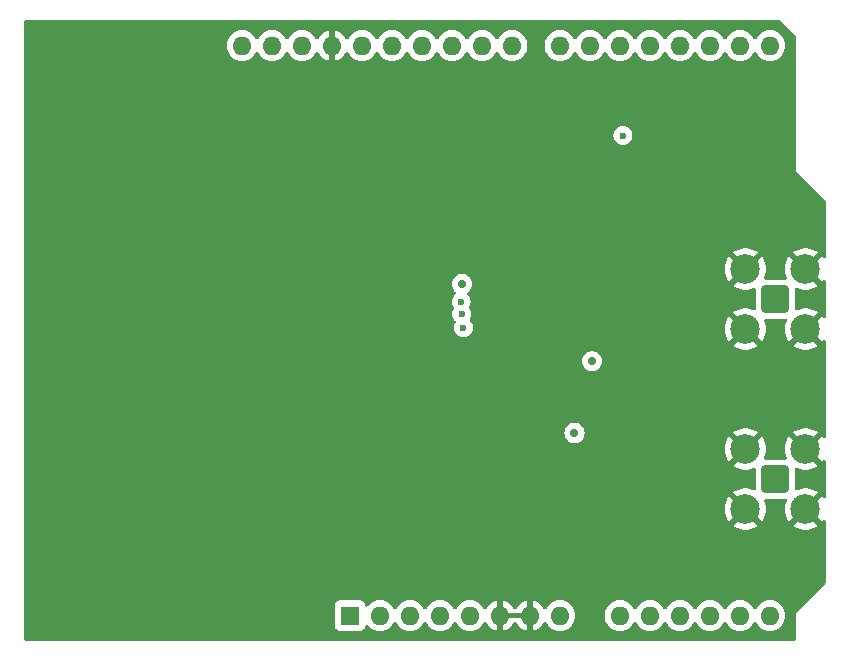
<source format=gtl>
G04 #@! TF.GenerationSoftware,KiCad,Pcbnew,8.0.3*
G04 #@! TF.CreationDate,2024-11-06T17:03:22+01:00*
G04 #@! TF.ProjectId,UNOtdc,554e4f74-6463-42e6-9b69-6361645f7063,1.10*
G04 #@! TF.SameCoordinates,Original*
G04 #@! TF.FileFunction,Copper,L1,Top*
G04 #@! TF.FilePolarity,Positive*
%FSLAX46Y46*%
G04 Gerber Fmt 4.6, Leading zero omitted, Abs format (unit mm)*
G04 Created by KiCad (PCBNEW 8.0.3) date 2024-11-06 17:03:22*
%MOMM*%
%LPD*%
G01*
G04 APERTURE LIST*
G04 Aperture macros list*
%AMRoundRect*
0 Rectangle with rounded corners*
0 $1 Rounding radius*
0 $2 $3 $4 $5 $6 $7 $8 $9 X,Y pos of 4 corners*
0 Add a 4 corners polygon primitive as box body*
4,1,4,$2,$3,$4,$5,$6,$7,$8,$9,$2,$3,0*
0 Add four circle primitives for the rounded corners*
1,1,$1+$1,$2,$3*
1,1,$1+$1,$4,$5*
1,1,$1+$1,$6,$7*
1,1,$1+$1,$8,$9*
0 Add four rect primitives between the rounded corners*
20,1,$1+$1,$2,$3,$4,$5,0*
20,1,$1+$1,$4,$5,$6,$7,0*
20,1,$1+$1,$6,$7,$8,$9,0*
20,1,$1+$1,$8,$9,$2,$3,0*%
G04 Aperture macros list end*
G04 #@! TA.AperFunction,ComponentPad*
%ADD10RoundRect,0.200100X0.949900X-0.949900X0.949900X0.949900X-0.949900X0.949900X-0.949900X-0.949900X0*%
G04 #@! TD*
G04 #@! TA.AperFunction,ComponentPad*
%ADD11C,2.500000*%
G04 #@! TD*
G04 #@! TA.AperFunction,ComponentPad*
%ADD12R,1.600000X1.600000*%
G04 #@! TD*
G04 #@! TA.AperFunction,ComponentPad*
%ADD13O,1.600000X1.600000*%
G04 #@! TD*
G04 #@! TA.AperFunction,ViaPad*
%ADD14C,0.700000*%
G04 #@! TD*
G04 #@! TA.AperFunction,ViaPad*
%ADD15C,0.600000*%
G04 #@! TD*
G04 APERTURE END LIST*
D10*
X127595000Y-62230000D03*
D11*
X125055000Y-64770000D03*
X130135000Y-64770000D03*
X125055000Y-59690000D03*
X130135000Y-59690000D03*
D10*
X127595000Y-77470000D03*
D11*
X125055000Y-80010000D03*
X130135000Y-80010000D03*
X125055000Y-74930000D03*
X130135000Y-74930000D03*
D12*
X91567000Y-89027000D03*
D13*
X94107000Y-89027000D03*
X96647000Y-89027000D03*
X99187000Y-89027000D03*
X101727000Y-89027000D03*
X104267000Y-89027000D03*
X106807000Y-89027000D03*
X109347000Y-89027000D03*
X114427000Y-89027000D03*
X116967000Y-89027000D03*
X119507000Y-89027000D03*
X122047000Y-89027000D03*
X124587000Y-89027000D03*
X127127000Y-89027000D03*
X127127000Y-40767000D03*
X124587000Y-40767000D03*
X122047000Y-40767000D03*
X119507000Y-40767000D03*
X116967000Y-40767000D03*
X114427000Y-40767000D03*
X111887000Y-40767000D03*
X109347000Y-40767000D03*
X105287000Y-40767000D03*
X102747000Y-40767000D03*
X100207000Y-40767000D03*
X97667000Y-40767000D03*
X95127000Y-40767000D03*
X92587000Y-40767000D03*
X90047000Y-40767000D03*
X87507000Y-40767000D03*
X84967000Y-40767000D03*
X82427000Y-40767000D03*
D14*
X97242000Y-64643000D03*
X106005000Y-59436000D03*
X119517800Y-76238400D03*
X120483000Y-65786000D03*
X121499000Y-71882000D03*
X97242000Y-66802000D03*
X97242000Y-62484000D03*
X118324000Y-67437000D03*
X106767000Y-73101200D03*
X97216600Y-61417200D03*
X120533800Y-76238400D03*
X97216600Y-60401200D03*
X106005000Y-58420000D03*
D15*
X108951400Y-69240400D03*
D14*
X121499000Y-66802000D03*
X106767000Y-74117200D03*
X119467000Y-65786000D03*
X97242000Y-65786000D03*
X97242000Y-63500000D03*
X117308000Y-67437000D03*
D15*
X114681000Y-48387000D03*
X100975800Y-62458600D03*
D14*
X110577000Y-73578000D03*
D15*
X101026600Y-63474600D03*
D14*
X101052000Y-60960000D03*
D15*
X101179000Y-64643000D03*
D14*
X112075600Y-67487800D03*
G04 #@! TA.AperFunction,Conductor*
G36*
X106341075Y-88834007D02*
G01*
X106307000Y-88961174D01*
X106307000Y-89092826D01*
X106341075Y-89219993D01*
X106373988Y-89277000D01*
X104700012Y-89277000D01*
X104732925Y-89219993D01*
X104767000Y-89092826D01*
X104767000Y-88961174D01*
X104732925Y-88834007D01*
X104700012Y-88777000D01*
X106373988Y-88777000D01*
X106341075Y-88834007D01*
G37*
G04 #@! TD.AperFunction*
G04 #@! TA.AperFunction,Conductor*
G36*
X127951363Y-38620185D02*
G01*
X127972005Y-38636819D01*
X129257181Y-39921995D01*
X129290666Y-39983318D01*
X129293500Y-40009676D01*
X129293500Y-51246891D01*
X129327608Y-51374187D01*
X129360554Y-51431250D01*
X129393500Y-51488314D01*
X129393502Y-51488316D01*
X131797181Y-53891995D01*
X131830666Y-53953318D01*
X131833500Y-53979676D01*
X131833500Y-58669115D01*
X131813815Y-58736154D01*
X131761011Y-58781909D01*
X131691853Y-58791853D01*
X131628297Y-58762828D01*
X131602113Y-58731116D01*
X131584970Y-58701424D01*
X131537124Y-58641427D01*
X130889114Y-59289437D01*
X130888260Y-59287374D01*
X130795238Y-59148156D01*
X130676844Y-59029762D01*
X130537626Y-58936740D01*
X130535562Y-58935885D01*
X131184168Y-58287278D01*
X131012454Y-58170206D01*
X131012445Y-58170201D01*
X130776142Y-58056404D01*
X130776144Y-58056404D01*
X130525505Y-57979092D01*
X130525499Y-57979090D01*
X130266151Y-57940000D01*
X130003848Y-57940000D01*
X129744500Y-57979090D01*
X129744494Y-57979092D01*
X129493858Y-58056404D01*
X129493854Y-58056405D01*
X129257547Y-58170205D01*
X129257539Y-58170210D01*
X129085830Y-58287277D01*
X129734438Y-58935885D01*
X129732374Y-58936740D01*
X129593156Y-59029762D01*
X129474762Y-59148156D01*
X129381740Y-59287374D01*
X129380885Y-59289437D01*
X128732875Y-58641427D01*
X128732874Y-58641427D01*
X128685028Y-58701425D01*
X128553883Y-58928573D01*
X128458058Y-59172729D01*
X128399693Y-59428449D01*
X128399692Y-59428454D01*
X128380093Y-59689995D01*
X128380093Y-59690004D01*
X128399692Y-59951545D01*
X128399693Y-59951550D01*
X128458058Y-60207270D01*
X128537702Y-60410198D01*
X128543871Y-60479795D01*
X128511433Y-60541678D01*
X128450688Y-60576201D01*
X128422274Y-60579500D01*
X126767726Y-60579500D01*
X126700687Y-60559815D01*
X126654932Y-60507011D01*
X126644988Y-60437853D01*
X126652298Y-60410198D01*
X126731941Y-60207270D01*
X126790306Y-59951550D01*
X126790307Y-59951545D01*
X126809907Y-59690004D01*
X126809907Y-59689995D01*
X126790307Y-59428454D01*
X126790306Y-59428449D01*
X126731941Y-59172729D01*
X126636116Y-58928573D01*
X126636117Y-58928573D01*
X126504972Y-58701426D01*
X126457124Y-58641427D01*
X125809114Y-59289437D01*
X125808260Y-59287374D01*
X125715238Y-59148156D01*
X125596844Y-59029762D01*
X125457626Y-58936740D01*
X125455562Y-58935885D01*
X126104168Y-58287278D01*
X125932454Y-58170206D01*
X125932445Y-58170201D01*
X125696142Y-58056404D01*
X125696144Y-58056404D01*
X125445505Y-57979092D01*
X125445499Y-57979090D01*
X125186151Y-57940000D01*
X124923848Y-57940000D01*
X124664500Y-57979090D01*
X124664494Y-57979092D01*
X124413858Y-58056404D01*
X124413854Y-58056405D01*
X124177547Y-58170205D01*
X124177539Y-58170210D01*
X124005830Y-58287277D01*
X124654438Y-58935885D01*
X124652374Y-58936740D01*
X124513156Y-59029762D01*
X124394762Y-59148156D01*
X124301740Y-59287374D01*
X124300885Y-59289437D01*
X123652875Y-58641427D01*
X123652874Y-58641427D01*
X123605028Y-58701425D01*
X123473883Y-58928573D01*
X123378058Y-59172729D01*
X123319693Y-59428449D01*
X123319692Y-59428454D01*
X123300093Y-59689995D01*
X123300093Y-59690004D01*
X123319692Y-59951545D01*
X123319693Y-59951550D01*
X123378058Y-60207270D01*
X123473883Y-60451426D01*
X123473882Y-60451426D01*
X123605027Y-60678573D01*
X123652874Y-60738571D01*
X124300884Y-60090561D01*
X124301740Y-60092626D01*
X124394762Y-60231844D01*
X124513156Y-60350238D01*
X124652374Y-60443260D01*
X124654437Y-60444114D01*
X124005830Y-61092720D01*
X124177546Y-61209793D01*
X124177550Y-61209795D01*
X124413854Y-61323594D01*
X124413858Y-61323595D01*
X124664494Y-61400907D01*
X124664500Y-61400909D01*
X124923848Y-61439999D01*
X124923857Y-61440000D01*
X125186143Y-61440000D01*
X125186151Y-61439999D01*
X125445499Y-61400909D01*
X125445505Y-61400907D01*
X125696140Y-61323596D01*
X125766698Y-61289617D01*
X125835639Y-61278265D01*
X125899774Y-61305987D01*
X125938740Y-61363982D01*
X125944500Y-61401337D01*
X125944500Y-63058662D01*
X125924815Y-63125701D01*
X125872011Y-63171456D01*
X125802853Y-63181400D01*
X125766699Y-63170382D01*
X125696142Y-63136404D01*
X125696144Y-63136404D01*
X125445505Y-63059092D01*
X125445499Y-63059090D01*
X125186151Y-63020000D01*
X124923848Y-63020000D01*
X124664500Y-63059090D01*
X124664494Y-63059092D01*
X124413858Y-63136404D01*
X124413854Y-63136405D01*
X124177547Y-63250205D01*
X124177539Y-63250210D01*
X124005830Y-63367277D01*
X124654438Y-64015885D01*
X124652374Y-64016740D01*
X124513156Y-64109762D01*
X124394762Y-64228156D01*
X124301740Y-64367374D01*
X124300885Y-64369437D01*
X123652875Y-63721427D01*
X123652874Y-63721427D01*
X123605028Y-63781425D01*
X123473883Y-64008573D01*
X123378058Y-64252729D01*
X123319693Y-64508449D01*
X123319692Y-64508454D01*
X123300093Y-64769995D01*
X123300093Y-64770004D01*
X123319692Y-65031545D01*
X123319693Y-65031550D01*
X123378058Y-65287270D01*
X123473883Y-65531426D01*
X123473882Y-65531426D01*
X123605027Y-65758573D01*
X123652874Y-65818571D01*
X124300884Y-65170561D01*
X124301740Y-65172626D01*
X124394762Y-65311844D01*
X124513156Y-65430238D01*
X124652374Y-65523260D01*
X124654437Y-65524114D01*
X124005830Y-66172720D01*
X124177546Y-66289793D01*
X124177550Y-66289795D01*
X124413854Y-66403594D01*
X124413858Y-66403595D01*
X124664494Y-66480907D01*
X124664500Y-66480909D01*
X124923848Y-66519999D01*
X124923857Y-66520000D01*
X125186143Y-66520000D01*
X125186151Y-66519999D01*
X125445499Y-66480909D01*
X125445505Y-66480907D01*
X125696143Y-66403595D01*
X125932445Y-66289798D01*
X125932447Y-66289797D01*
X126104168Y-66172720D01*
X125455562Y-65524114D01*
X125457626Y-65523260D01*
X125596844Y-65430238D01*
X125715238Y-65311844D01*
X125808260Y-65172626D01*
X125809114Y-65170561D01*
X126457125Y-65818572D01*
X126504971Y-65758573D01*
X126636116Y-65531426D01*
X126731941Y-65287270D01*
X126790306Y-65031550D01*
X126790307Y-65031545D01*
X126809907Y-64770004D01*
X126809907Y-64769995D01*
X126790307Y-64508454D01*
X126790306Y-64508449D01*
X126731941Y-64252729D01*
X126652298Y-64049802D01*
X126646129Y-63980205D01*
X126678567Y-63918322D01*
X126739312Y-63883799D01*
X126767726Y-63880500D01*
X128422274Y-63880500D01*
X128489313Y-63900185D01*
X128535068Y-63952989D01*
X128545012Y-64022147D01*
X128537702Y-64049802D01*
X128458058Y-64252729D01*
X128399693Y-64508449D01*
X128399692Y-64508454D01*
X128380093Y-64769995D01*
X128380093Y-64770004D01*
X128399692Y-65031545D01*
X128399693Y-65031550D01*
X128458058Y-65287270D01*
X128553883Y-65531426D01*
X128553882Y-65531426D01*
X128685027Y-65758573D01*
X128732874Y-65818571D01*
X129380884Y-65170561D01*
X129381740Y-65172626D01*
X129474762Y-65311844D01*
X129593156Y-65430238D01*
X129732374Y-65523260D01*
X129734437Y-65524114D01*
X129085830Y-66172720D01*
X129257546Y-66289793D01*
X129257550Y-66289795D01*
X129493854Y-66403594D01*
X129493858Y-66403595D01*
X129744494Y-66480907D01*
X129744500Y-66480909D01*
X130003848Y-66519999D01*
X130003857Y-66520000D01*
X130266143Y-66520000D01*
X130266151Y-66519999D01*
X130525499Y-66480909D01*
X130525505Y-66480907D01*
X130776143Y-66403595D01*
X131012445Y-66289798D01*
X131012447Y-66289797D01*
X131184168Y-66172720D01*
X130535562Y-65524114D01*
X130537626Y-65523260D01*
X130676844Y-65430238D01*
X130795238Y-65311844D01*
X130888260Y-65172626D01*
X130889114Y-65170561D01*
X131537125Y-65818572D01*
X131584970Y-65758576D01*
X131602112Y-65728885D01*
X131652679Y-65680669D01*
X131721286Y-65667445D01*
X131786151Y-65693413D01*
X131826680Y-65750327D01*
X131833500Y-65790884D01*
X131833500Y-73909115D01*
X131813815Y-73976154D01*
X131761011Y-74021909D01*
X131691853Y-74031853D01*
X131628297Y-74002828D01*
X131602113Y-73971116D01*
X131584970Y-73941424D01*
X131537124Y-73881427D01*
X130889114Y-74529437D01*
X130888260Y-74527374D01*
X130795238Y-74388156D01*
X130676844Y-74269762D01*
X130537626Y-74176740D01*
X130535562Y-74175885D01*
X131184168Y-73527278D01*
X131012454Y-73410206D01*
X131012445Y-73410201D01*
X130776142Y-73296404D01*
X130776144Y-73296404D01*
X130525505Y-73219092D01*
X130525499Y-73219090D01*
X130266151Y-73180000D01*
X130003848Y-73180000D01*
X129744500Y-73219090D01*
X129744494Y-73219092D01*
X129493858Y-73296404D01*
X129493854Y-73296405D01*
X129257547Y-73410205D01*
X129257539Y-73410210D01*
X129085830Y-73527277D01*
X129734438Y-74175885D01*
X129732374Y-74176740D01*
X129593156Y-74269762D01*
X129474762Y-74388156D01*
X129381740Y-74527374D01*
X129380885Y-74529437D01*
X128732875Y-73881427D01*
X128732874Y-73881427D01*
X128685028Y-73941425D01*
X128553883Y-74168573D01*
X128458058Y-74412729D01*
X128399693Y-74668449D01*
X128399692Y-74668454D01*
X128380093Y-74929995D01*
X128380093Y-74930004D01*
X128399692Y-75191545D01*
X128399693Y-75191550D01*
X128458058Y-75447270D01*
X128537702Y-75650198D01*
X128543871Y-75719795D01*
X128511433Y-75781678D01*
X128450688Y-75816201D01*
X128422274Y-75819500D01*
X126767726Y-75819500D01*
X126700687Y-75799815D01*
X126654932Y-75747011D01*
X126644988Y-75677853D01*
X126652298Y-75650198D01*
X126731941Y-75447270D01*
X126790306Y-75191550D01*
X126790307Y-75191545D01*
X126809907Y-74930004D01*
X126809907Y-74929995D01*
X126790307Y-74668454D01*
X126790306Y-74668449D01*
X126731941Y-74412729D01*
X126636116Y-74168573D01*
X126636117Y-74168573D01*
X126504972Y-73941426D01*
X126457124Y-73881427D01*
X125809114Y-74529437D01*
X125808260Y-74527374D01*
X125715238Y-74388156D01*
X125596844Y-74269762D01*
X125457626Y-74176740D01*
X125455562Y-74175885D01*
X126104168Y-73527278D01*
X125932454Y-73410206D01*
X125932445Y-73410201D01*
X125696142Y-73296404D01*
X125696144Y-73296404D01*
X125445505Y-73219092D01*
X125445499Y-73219090D01*
X125186151Y-73180000D01*
X124923848Y-73180000D01*
X124664500Y-73219090D01*
X124664494Y-73219092D01*
X124413858Y-73296404D01*
X124413854Y-73296405D01*
X124177547Y-73410205D01*
X124177539Y-73410210D01*
X124005830Y-73527277D01*
X124654438Y-74175885D01*
X124652374Y-74176740D01*
X124513156Y-74269762D01*
X124394762Y-74388156D01*
X124301740Y-74527374D01*
X124300885Y-74529437D01*
X123652875Y-73881427D01*
X123652874Y-73881427D01*
X123605028Y-73941425D01*
X123473883Y-74168573D01*
X123378058Y-74412729D01*
X123319693Y-74668449D01*
X123319692Y-74668454D01*
X123300093Y-74929995D01*
X123300093Y-74930004D01*
X123319692Y-75191545D01*
X123319693Y-75191550D01*
X123378058Y-75447270D01*
X123473883Y-75691426D01*
X123473882Y-75691426D01*
X123605027Y-75918573D01*
X123652874Y-75978571D01*
X124300884Y-75330561D01*
X124301740Y-75332626D01*
X124394762Y-75471844D01*
X124513156Y-75590238D01*
X124652374Y-75683260D01*
X124654437Y-75684114D01*
X124005830Y-76332720D01*
X124177546Y-76449793D01*
X124177550Y-76449795D01*
X124413854Y-76563594D01*
X124413858Y-76563595D01*
X124664494Y-76640907D01*
X124664500Y-76640909D01*
X124923848Y-76679999D01*
X124923857Y-76680000D01*
X125186143Y-76680000D01*
X125186151Y-76679999D01*
X125445499Y-76640909D01*
X125445505Y-76640907D01*
X125696140Y-76563596D01*
X125766698Y-76529617D01*
X125835639Y-76518265D01*
X125899774Y-76545987D01*
X125938740Y-76603982D01*
X125944500Y-76641337D01*
X125944500Y-78298662D01*
X125924815Y-78365701D01*
X125872011Y-78411456D01*
X125802853Y-78421400D01*
X125766699Y-78410382D01*
X125696142Y-78376404D01*
X125696144Y-78376404D01*
X125445505Y-78299092D01*
X125445499Y-78299090D01*
X125186151Y-78260000D01*
X124923848Y-78260000D01*
X124664500Y-78299090D01*
X124664494Y-78299092D01*
X124413858Y-78376404D01*
X124413854Y-78376405D01*
X124177547Y-78490205D01*
X124177539Y-78490210D01*
X124005830Y-78607277D01*
X124654438Y-79255885D01*
X124652374Y-79256740D01*
X124513156Y-79349762D01*
X124394762Y-79468156D01*
X124301740Y-79607374D01*
X124300885Y-79609437D01*
X123652875Y-78961427D01*
X123652874Y-78961427D01*
X123605028Y-79021425D01*
X123473883Y-79248573D01*
X123378058Y-79492729D01*
X123319693Y-79748449D01*
X123319692Y-79748454D01*
X123300093Y-80009995D01*
X123300093Y-80010004D01*
X123319692Y-80271545D01*
X123319693Y-80271550D01*
X123378058Y-80527270D01*
X123473883Y-80771426D01*
X123473882Y-80771426D01*
X123605027Y-80998573D01*
X123652874Y-81058571D01*
X124300884Y-80410561D01*
X124301740Y-80412626D01*
X124394762Y-80551844D01*
X124513156Y-80670238D01*
X124652374Y-80763260D01*
X124654437Y-80764114D01*
X124005830Y-81412720D01*
X124177546Y-81529793D01*
X124177550Y-81529795D01*
X124413854Y-81643594D01*
X124413858Y-81643595D01*
X124664494Y-81720907D01*
X124664500Y-81720909D01*
X124923848Y-81759999D01*
X124923857Y-81760000D01*
X125186143Y-81760000D01*
X125186151Y-81759999D01*
X125445499Y-81720909D01*
X125445505Y-81720907D01*
X125696143Y-81643595D01*
X125932445Y-81529798D01*
X125932447Y-81529797D01*
X126104168Y-81412720D01*
X125455562Y-80764114D01*
X125457626Y-80763260D01*
X125596844Y-80670238D01*
X125715238Y-80551844D01*
X125808260Y-80412626D01*
X125809114Y-80410561D01*
X126457125Y-81058572D01*
X126504971Y-80998573D01*
X126636116Y-80771426D01*
X126731941Y-80527270D01*
X126790306Y-80271550D01*
X126790307Y-80271545D01*
X126809907Y-80010004D01*
X126809907Y-80009995D01*
X126790307Y-79748454D01*
X126790306Y-79748449D01*
X126731941Y-79492729D01*
X126652298Y-79289802D01*
X126646129Y-79220205D01*
X126678567Y-79158322D01*
X126739312Y-79123799D01*
X126767726Y-79120500D01*
X128422274Y-79120500D01*
X128489313Y-79140185D01*
X128535068Y-79192989D01*
X128545012Y-79262147D01*
X128537702Y-79289802D01*
X128458058Y-79492729D01*
X128399693Y-79748449D01*
X128399692Y-79748454D01*
X128380093Y-80009995D01*
X128380093Y-80010004D01*
X128399692Y-80271545D01*
X128399693Y-80271550D01*
X128458058Y-80527270D01*
X128553883Y-80771426D01*
X128553882Y-80771426D01*
X128685027Y-80998573D01*
X128732874Y-81058571D01*
X129380884Y-80410561D01*
X129381740Y-80412626D01*
X129474762Y-80551844D01*
X129593156Y-80670238D01*
X129732374Y-80763260D01*
X129734437Y-80764114D01*
X129085830Y-81412720D01*
X129257546Y-81529793D01*
X129257550Y-81529795D01*
X129493854Y-81643594D01*
X129493858Y-81643595D01*
X129744494Y-81720907D01*
X129744500Y-81720909D01*
X130003848Y-81759999D01*
X130003857Y-81760000D01*
X130266143Y-81760000D01*
X130266151Y-81759999D01*
X130525499Y-81720909D01*
X130525505Y-81720907D01*
X130776143Y-81643595D01*
X131012445Y-81529798D01*
X131012447Y-81529797D01*
X131184168Y-81412720D01*
X130535562Y-80764114D01*
X130537626Y-80763260D01*
X130676844Y-80670238D01*
X130795238Y-80551844D01*
X130888260Y-80412626D01*
X130889114Y-80410561D01*
X131537125Y-81058572D01*
X131584970Y-80998576D01*
X131602112Y-80968885D01*
X131652679Y-80920669D01*
X131721286Y-80907445D01*
X131786151Y-80933413D01*
X131826680Y-80990327D01*
X131833500Y-81030884D01*
X131833500Y-86228324D01*
X131813815Y-86295363D01*
X131797181Y-86316005D01*
X129393502Y-88719683D01*
X129393500Y-88719686D01*
X129327608Y-88833812D01*
X129293500Y-88961108D01*
X129293500Y-91069500D01*
X129273815Y-91136539D01*
X129221011Y-91182294D01*
X129169500Y-91193500D01*
X64124500Y-91193500D01*
X64057461Y-91173815D01*
X64011706Y-91121011D01*
X64000500Y-91069500D01*
X64000500Y-88179135D01*
X90266500Y-88179135D01*
X90266500Y-89874870D01*
X90266501Y-89874876D01*
X90272908Y-89934483D01*
X90323202Y-90069328D01*
X90323206Y-90069335D01*
X90409452Y-90184544D01*
X90409455Y-90184547D01*
X90524664Y-90270793D01*
X90524671Y-90270797D01*
X90659517Y-90321091D01*
X90659516Y-90321091D01*
X90666444Y-90321835D01*
X90719127Y-90327500D01*
X92414872Y-90327499D01*
X92474483Y-90321091D01*
X92609331Y-90270796D01*
X92724546Y-90184546D01*
X92810796Y-90069331D01*
X92861091Y-89934483D01*
X92864862Y-89899401D01*
X92891599Y-89834855D01*
X92948990Y-89795006D01*
X93018816Y-89792511D01*
X93078905Y-89828163D01*
X93089726Y-89841536D01*
X93106956Y-89866143D01*
X93267858Y-90027045D01*
X93267861Y-90027047D01*
X93454266Y-90157568D01*
X93660504Y-90253739D01*
X93880308Y-90312635D01*
X94042230Y-90326801D01*
X94106998Y-90332468D01*
X94107000Y-90332468D01*
X94107002Y-90332468D01*
X94163807Y-90327498D01*
X94333692Y-90312635D01*
X94553496Y-90253739D01*
X94759734Y-90157568D01*
X94946139Y-90027047D01*
X95107047Y-89866139D01*
X95237568Y-89679734D01*
X95264618Y-89621724D01*
X95310790Y-89569285D01*
X95377983Y-89550133D01*
X95444865Y-89570348D01*
X95489382Y-89621725D01*
X95516429Y-89679728D01*
X95516432Y-89679734D01*
X95646954Y-89866141D01*
X95807858Y-90027045D01*
X95807861Y-90027047D01*
X95994266Y-90157568D01*
X96200504Y-90253739D01*
X96420308Y-90312635D01*
X96582230Y-90326801D01*
X96646998Y-90332468D01*
X96647000Y-90332468D01*
X96647002Y-90332468D01*
X96703807Y-90327498D01*
X96873692Y-90312635D01*
X97093496Y-90253739D01*
X97299734Y-90157568D01*
X97486139Y-90027047D01*
X97647047Y-89866139D01*
X97777568Y-89679734D01*
X97804618Y-89621724D01*
X97850790Y-89569285D01*
X97917983Y-89550133D01*
X97984865Y-89570348D01*
X98029382Y-89621725D01*
X98056429Y-89679728D01*
X98056432Y-89679734D01*
X98186954Y-89866141D01*
X98347858Y-90027045D01*
X98347861Y-90027047D01*
X98534266Y-90157568D01*
X98740504Y-90253739D01*
X98960308Y-90312635D01*
X99122230Y-90326801D01*
X99186998Y-90332468D01*
X99187000Y-90332468D01*
X99187002Y-90332468D01*
X99243807Y-90327498D01*
X99413692Y-90312635D01*
X99633496Y-90253739D01*
X99839734Y-90157568D01*
X100026139Y-90027047D01*
X100187047Y-89866139D01*
X100317568Y-89679734D01*
X100344618Y-89621724D01*
X100390790Y-89569285D01*
X100457983Y-89550133D01*
X100524865Y-89570348D01*
X100569382Y-89621725D01*
X100596429Y-89679728D01*
X100596432Y-89679734D01*
X100726954Y-89866141D01*
X100887858Y-90027045D01*
X100887861Y-90027047D01*
X101074266Y-90157568D01*
X101280504Y-90253739D01*
X101500308Y-90312635D01*
X101662230Y-90326801D01*
X101726998Y-90332468D01*
X101727000Y-90332468D01*
X101727002Y-90332468D01*
X101783807Y-90327498D01*
X101953692Y-90312635D01*
X102173496Y-90253739D01*
X102379734Y-90157568D01*
X102566139Y-90027047D01*
X102727047Y-89866139D01*
X102857568Y-89679734D01*
X102884895Y-89621129D01*
X102931064Y-89568695D01*
X102998257Y-89549542D01*
X103065139Y-89569757D01*
X103109657Y-89621133D01*
X103136865Y-89679482D01*
X103267342Y-89865820D01*
X103428179Y-90026657D01*
X103614517Y-90157134D01*
X103820673Y-90253265D01*
X103820682Y-90253269D01*
X104016999Y-90305872D01*
X104017000Y-90305871D01*
X104017000Y-89460012D01*
X104074007Y-89492925D01*
X104201174Y-89527000D01*
X104332826Y-89527000D01*
X104459993Y-89492925D01*
X104517000Y-89460012D01*
X104517000Y-90305872D01*
X104713317Y-90253269D01*
X104713326Y-90253265D01*
X104919482Y-90157134D01*
X105105820Y-90026657D01*
X105266657Y-89865820D01*
X105397134Y-89679481D01*
X105397135Y-89679479D01*
X105424618Y-89620543D01*
X105470790Y-89568103D01*
X105537983Y-89548951D01*
X105604864Y-89569166D01*
X105649382Y-89620543D01*
X105676864Y-89679479D01*
X105676865Y-89679481D01*
X105807342Y-89865820D01*
X105968179Y-90026657D01*
X106154517Y-90157134D01*
X106360673Y-90253265D01*
X106360682Y-90253269D01*
X106556999Y-90305872D01*
X106557000Y-90305871D01*
X106557000Y-89460012D01*
X106614007Y-89492925D01*
X106741174Y-89527000D01*
X106872826Y-89527000D01*
X106999993Y-89492925D01*
X107057000Y-89460012D01*
X107057000Y-90305872D01*
X107253317Y-90253269D01*
X107253326Y-90253265D01*
X107459482Y-90157134D01*
X107645820Y-90026657D01*
X107806657Y-89865820D01*
X107937132Y-89679484D01*
X107964341Y-89621134D01*
X108010513Y-89568695D01*
X108077707Y-89549542D01*
X108144588Y-89569757D01*
X108189106Y-89621133D01*
X108216431Y-89679732D01*
X108216432Y-89679734D01*
X108346954Y-89866141D01*
X108507858Y-90027045D01*
X108507861Y-90027047D01*
X108694266Y-90157568D01*
X108900504Y-90253739D01*
X109120308Y-90312635D01*
X109282230Y-90326801D01*
X109346998Y-90332468D01*
X109347000Y-90332468D01*
X109347002Y-90332468D01*
X109403807Y-90327498D01*
X109573692Y-90312635D01*
X109793496Y-90253739D01*
X109999734Y-90157568D01*
X110186139Y-90027047D01*
X110347047Y-89866139D01*
X110477568Y-89679734D01*
X110573739Y-89473496D01*
X110632635Y-89253692D01*
X110652468Y-89027000D01*
X110652468Y-89026998D01*
X113121532Y-89026998D01*
X113121532Y-89027001D01*
X113141364Y-89253686D01*
X113141366Y-89253697D01*
X113200258Y-89473488D01*
X113200261Y-89473497D01*
X113296431Y-89679732D01*
X113296432Y-89679734D01*
X113426954Y-89866141D01*
X113587858Y-90027045D01*
X113587861Y-90027047D01*
X113774266Y-90157568D01*
X113980504Y-90253739D01*
X114200308Y-90312635D01*
X114362230Y-90326801D01*
X114426998Y-90332468D01*
X114427000Y-90332468D01*
X114427002Y-90332468D01*
X114483807Y-90327498D01*
X114653692Y-90312635D01*
X114873496Y-90253739D01*
X115079734Y-90157568D01*
X115266139Y-90027047D01*
X115427047Y-89866139D01*
X115557568Y-89679734D01*
X115584618Y-89621724D01*
X115630790Y-89569285D01*
X115697983Y-89550133D01*
X115764865Y-89570348D01*
X115809382Y-89621725D01*
X115836429Y-89679728D01*
X115836432Y-89679734D01*
X115966954Y-89866141D01*
X116127858Y-90027045D01*
X116127861Y-90027047D01*
X116314266Y-90157568D01*
X116520504Y-90253739D01*
X116740308Y-90312635D01*
X116902230Y-90326801D01*
X116966998Y-90332468D01*
X116967000Y-90332468D01*
X116967002Y-90332468D01*
X117023807Y-90327498D01*
X117193692Y-90312635D01*
X117413496Y-90253739D01*
X117619734Y-90157568D01*
X117806139Y-90027047D01*
X117967047Y-89866139D01*
X118097568Y-89679734D01*
X118124618Y-89621724D01*
X118170790Y-89569285D01*
X118237983Y-89550133D01*
X118304865Y-89570348D01*
X118349382Y-89621725D01*
X118376429Y-89679728D01*
X118376432Y-89679734D01*
X118506954Y-89866141D01*
X118667858Y-90027045D01*
X118667861Y-90027047D01*
X118854266Y-90157568D01*
X119060504Y-90253739D01*
X119280308Y-90312635D01*
X119442230Y-90326801D01*
X119506998Y-90332468D01*
X119507000Y-90332468D01*
X119507002Y-90332468D01*
X119563807Y-90327498D01*
X119733692Y-90312635D01*
X119953496Y-90253739D01*
X120159734Y-90157568D01*
X120346139Y-90027047D01*
X120507047Y-89866139D01*
X120637568Y-89679734D01*
X120664618Y-89621724D01*
X120710790Y-89569285D01*
X120777983Y-89550133D01*
X120844865Y-89570348D01*
X120889382Y-89621725D01*
X120916429Y-89679728D01*
X120916432Y-89679734D01*
X121046954Y-89866141D01*
X121207858Y-90027045D01*
X121207861Y-90027047D01*
X121394266Y-90157568D01*
X121600504Y-90253739D01*
X121820308Y-90312635D01*
X121982230Y-90326801D01*
X122046998Y-90332468D01*
X122047000Y-90332468D01*
X122047002Y-90332468D01*
X122103807Y-90327498D01*
X122273692Y-90312635D01*
X122493496Y-90253739D01*
X122699734Y-90157568D01*
X122886139Y-90027047D01*
X123047047Y-89866139D01*
X123177568Y-89679734D01*
X123204618Y-89621724D01*
X123250790Y-89569285D01*
X123317983Y-89550133D01*
X123384865Y-89570348D01*
X123429382Y-89621725D01*
X123456429Y-89679728D01*
X123456432Y-89679734D01*
X123586954Y-89866141D01*
X123747858Y-90027045D01*
X123747861Y-90027047D01*
X123934266Y-90157568D01*
X124140504Y-90253739D01*
X124360308Y-90312635D01*
X124522230Y-90326801D01*
X124586998Y-90332468D01*
X124587000Y-90332468D01*
X124587002Y-90332468D01*
X124643807Y-90327498D01*
X124813692Y-90312635D01*
X125033496Y-90253739D01*
X125239734Y-90157568D01*
X125426139Y-90027047D01*
X125587047Y-89866139D01*
X125717568Y-89679734D01*
X125744618Y-89621724D01*
X125790790Y-89569285D01*
X125857983Y-89550133D01*
X125924865Y-89570348D01*
X125969382Y-89621725D01*
X125996429Y-89679728D01*
X125996432Y-89679734D01*
X126126954Y-89866141D01*
X126287858Y-90027045D01*
X126287861Y-90027047D01*
X126474266Y-90157568D01*
X126680504Y-90253739D01*
X126900308Y-90312635D01*
X127062230Y-90326801D01*
X127126998Y-90332468D01*
X127127000Y-90332468D01*
X127127002Y-90332468D01*
X127183807Y-90327498D01*
X127353692Y-90312635D01*
X127573496Y-90253739D01*
X127779734Y-90157568D01*
X127966139Y-90027047D01*
X128127047Y-89866139D01*
X128257568Y-89679734D01*
X128353739Y-89473496D01*
X128412635Y-89253692D01*
X128432468Y-89027000D01*
X128412635Y-88800308D01*
X128353739Y-88580504D01*
X128257568Y-88374266D01*
X128127047Y-88187861D01*
X128127045Y-88187858D01*
X127966141Y-88026954D01*
X127779734Y-87896432D01*
X127779732Y-87896431D01*
X127573497Y-87800261D01*
X127573488Y-87800258D01*
X127353697Y-87741366D01*
X127353693Y-87741365D01*
X127353692Y-87741365D01*
X127353691Y-87741364D01*
X127353686Y-87741364D01*
X127127002Y-87721532D01*
X127126998Y-87721532D01*
X126900313Y-87741364D01*
X126900302Y-87741366D01*
X126680511Y-87800258D01*
X126680502Y-87800261D01*
X126474267Y-87896431D01*
X126474265Y-87896432D01*
X126287858Y-88026954D01*
X126126954Y-88187858D01*
X125996432Y-88374265D01*
X125996431Y-88374267D01*
X125969382Y-88432275D01*
X125923209Y-88484714D01*
X125856016Y-88503866D01*
X125789135Y-88483650D01*
X125744618Y-88432275D01*
X125717686Y-88374520D01*
X125717568Y-88374266D01*
X125587047Y-88187861D01*
X125587045Y-88187858D01*
X125426141Y-88026954D01*
X125239734Y-87896432D01*
X125239732Y-87896431D01*
X125033497Y-87800261D01*
X125033488Y-87800258D01*
X124813697Y-87741366D01*
X124813693Y-87741365D01*
X124813692Y-87741365D01*
X124813691Y-87741364D01*
X124813686Y-87741364D01*
X124587002Y-87721532D01*
X124586998Y-87721532D01*
X124360313Y-87741364D01*
X124360302Y-87741366D01*
X124140511Y-87800258D01*
X124140502Y-87800261D01*
X123934267Y-87896431D01*
X123934265Y-87896432D01*
X123747858Y-88026954D01*
X123586954Y-88187858D01*
X123456432Y-88374265D01*
X123456431Y-88374267D01*
X123429382Y-88432275D01*
X123383209Y-88484714D01*
X123316016Y-88503866D01*
X123249135Y-88483650D01*
X123204618Y-88432275D01*
X123177686Y-88374520D01*
X123177568Y-88374266D01*
X123047047Y-88187861D01*
X123047045Y-88187858D01*
X122886141Y-88026954D01*
X122699734Y-87896432D01*
X122699732Y-87896431D01*
X122493497Y-87800261D01*
X122493488Y-87800258D01*
X122273697Y-87741366D01*
X122273693Y-87741365D01*
X122273692Y-87741365D01*
X122273691Y-87741364D01*
X122273686Y-87741364D01*
X122047002Y-87721532D01*
X122046998Y-87721532D01*
X121820313Y-87741364D01*
X121820302Y-87741366D01*
X121600511Y-87800258D01*
X121600502Y-87800261D01*
X121394267Y-87896431D01*
X121394265Y-87896432D01*
X121207858Y-88026954D01*
X121046954Y-88187858D01*
X120916432Y-88374265D01*
X120916431Y-88374267D01*
X120889382Y-88432275D01*
X120843209Y-88484714D01*
X120776016Y-88503866D01*
X120709135Y-88483650D01*
X120664618Y-88432275D01*
X120637686Y-88374520D01*
X120637568Y-88374266D01*
X120507047Y-88187861D01*
X120507045Y-88187858D01*
X120346141Y-88026954D01*
X120159734Y-87896432D01*
X120159732Y-87896431D01*
X119953497Y-87800261D01*
X119953488Y-87800258D01*
X119733697Y-87741366D01*
X119733693Y-87741365D01*
X119733692Y-87741365D01*
X119733691Y-87741364D01*
X119733686Y-87741364D01*
X119507002Y-87721532D01*
X119506998Y-87721532D01*
X119280313Y-87741364D01*
X119280302Y-87741366D01*
X119060511Y-87800258D01*
X119060502Y-87800261D01*
X118854267Y-87896431D01*
X118854265Y-87896432D01*
X118667858Y-88026954D01*
X118506954Y-88187858D01*
X118376432Y-88374265D01*
X118376431Y-88374267D01*
X118349382Y-88432275D01*
X118303209Y-88484714D01*
X118236016Y-88503866D01*
X118169135Y-88483650D01*
X118124618Y-88432275D01*
X118097686Y-88374520D01*
X118097568Y-88374266D01*
X117967047Y-88187861D01*
X117967045Y-88187858D01*
X117806141Y-88026954D01*
X117619734Y-87896432D01*
X117619732Y-87896431D01*
X117413497Y-87800261D01*
X117413488Y-87800258D01*
X117193697Y-87741366D01*
X117193693Y-87741365D01*
X117193692Y-87741365D01*
X117193691Y-87741364D01*
X117193686Y-87741364D01*
X116967002Y-87721532D01*
X116966998Y-87721532D01*
X116740313Y-87741364D01*
X116740302Y-87741366D01*
X116520511Y-87800258D01*
X116520502Y-87800261D01*
X116314267Y-87896431D01*
X116314265Y-87896432D01*
X116127858Y-88026954D01*
X115966954Y-88187858D01*
X115836432Y-88374265D01*
X115836431Y-88374267D01*
X115809382Y-88432275D01*
X115763209Y-88484714D01*
X115696016Y-88503866D01*
X115629135Y-88483650D01*
X115584618Y-88432275D01*
X115557686Y-88374520D01*
X115557568Y-88374266D01*
X115427047Y-88187861D01*
X115427045Y-88187858D01*
X115266141Y-88026954D01*
X115079734Y-87896432D01*
X115079732Y-87896431D01*
X114873497Y-87800261D01*
X114873488Y-87800258D01*
X114653697Y-87741366D01*
X114653693Y-87741365D01*
X114653692Y-87741365D01*
X114653691Y-87741364D01*
X114653686Y-87741364D01*
X114427002Y-87721532D01*
X114426998Y-87721532D01*
X114200313Y-87741364D01*
X114200302Y-87741366D01*
X113980511Y-87800258D01*
X113980502Y-87800261D01*
X113774267Y-87896431D01*
X113774265Y-87896432D01*
X113587858Y-88026954D01*
X113426954Y-88187858D01*
X113296432Y-88374265D01*
X113296431Y-88374267D01*
X113200261Y-88580502D01*
X113200258Y-88580511D01*
X113141366Y-88800302D01*
X113141364Y-88800313D01*
X113121532Y-89026998D01*
X110652468Y-89026998D01*
X110632635Y-88800308D01*
X110573739Y-88580504D01*
X110477568Y-88374266D01*
X110347047Y-88187861D01*
X110347045Y-88187858D01*
X110186141Y-88026954D01*
X109999734Y-87896432D01*
X109999732Y-87896431D01*
X109793497Y-87800261D01*
X109793488Y-87800258D01*
X109573697Y-87741366D01*
X109573693Y-87741365D01*
X109573692Y-87741365D01*
X109573691Y-87741364D01*
X109573686Y-87741364D01*
X109347002Y-87721532D01*
X109346998Y-87721532D01*
X109120313Y-87741364D01*
X109120302Y-87741366D01*
X108900511Y-87800258D01*
X108900502Y-87800261D01*
X108694267Y-87896431D01*
X108694265Y-87896432D01*
X108507858Y-88026954D01*
X108346954Y-88187858D01*
X108216433Y-88374264D01*
X108216432Y-88374266D01*
X108216315Y-88374518D01*
X108189106Y-88432867D01*
X108142933Y-88485306D01*
X108075739Y-88504457D01*
X108008858Y-88484241D01*
X107964342Y-88432865D01*
X107937135Y-88374520D01*
X107937134Y-88374518D01*
X107806657Y-88188179D01*
X107645820Y-88027342D01*
X107459482Y-87896865D01*
X107253328Y-87800734D01*
X107057000Y-87748127D01*
X107057000Y-88593988D01*
X106999993Y-88561075D01*
X106872826Y-88527000D01*
X106741174Y-88527000D01*
X106614007Y-88561075D01*
X106557000Y-88593988D01*
X106557000Y-87748127D01*
X106360671Y-87800734D01*
X106154517Y-87896865D01*
X105968179Y-88027342D01*
X105807342Y-88188179D01*
X105676865Y-88374517D01*
X105649382Y-88433457D01*
X105603210Y-88485896D01*
X105536016Y-88505048D01*
X105469135Y-88484832D01*
X105424618Y-88433457D01*
X105397134Y-88374517D01*
X105266657Y-88188179D01*
X105105820Y-88027342D01*
X104919482Y-87896865D01*
X104713328Y-87800734D01*
X104517000Y-87748127D01*
X104517000Y-88593988D01*
X104459993Y-88561075D01*
X104332826Y-88527000D01*
X104201174Y-88527000D01*
X104074007Y-88561075D01*
X104017000Y-88593988D01*
X104017000Y-87748127D01*
X103820671Y-87800734D01*
X103614517Y-87896865D01*
X103428179Y-88027342D01*
X103267342Y-88188179D01*
X103136867Y-88374515D01*
X103109657Y-88432867D01*
X103063484Y-88485306D01*
X102996290Y-88504457D01*
X102929409Y-88484241D01*
X102884893Y-88432865D01*
X102857685Y-88374518D01*
X102857568Y-88374266D01*
X102727047Y-88187861D01*
X102727045Y-88187858D01*
X102566141Y-88026954D01*
X102379734Y-87896432D01*
X102379732Y-87896431D01*
X102173497Y-87800261D01*
X102173488Y-87800258D01*
X101953697Y-87741366D01*
X101953693Y-87741365D01*
X101953692Y-87741365D01*
X101953691Y-87741364D01*
X101953686Y-87741364D01*
X101727002Y-87721532D01*
X101726998Y-87721532D01*
X101500313Y-87741364D01*
X101500302Y-87741366D01*
X101280511Y-87800258D01*
X101280502Y-87800261D01*
X101074267Y-87896431D01*
X101074265Y-87896432D01*
X100887858Y-88026954D01*
X100726954Y-88187858D01*
X100596432Y-88374265D01*
X100596431Y-88374267D01*
X100569382Y-88432275D01*
X100523209Y-88484714D01*
X100456016Y-88503866D01*
X100389135Y-88483650D01*
X100344618Y-88432275D01*
X100317686Y-88374520D01*
X100317568Y-88374266D01*
X100187047Y-88187861D01*
X100187045Y-88187858D01*
X100026141Y-88026954D01*
X99839734Y-87896432D01*
X99839732Y-87896431D01*
X99633497Y-87800261D01*
X99633488Y-87800258D01*
X99413697Y-87741366D01*
X99413693Y-87741365D01*
X99413692Y-87741365D01*
X99413691Y-87741364D01*
X99413686Y-87741364D01*
X99187002Y-87721532D01*
X99186998Y-87721532D01*
X98960313Y-87741364D01*
X98960302Y-87741366D01*
X98740511Y-87800258D01*
X98740502Y-87800261D01*
X98534267Y-87896431D01*
X98534265Y-87896432D01*
X98347858Y-88026954D01*
X98186954Y-88187858D01*
X98056432Y-88374265D01*
X98056431Y-88374267D01*
X98029382Y-88432275D01*
X97983209Y-88484714D01*
X97916016Y-88503866D01*
X97849135Y-88483650D01*
X97804618Y-88432275D01*
X97777686Y-88374520D01*
X97777568Y-88374266D01*
X97647047Y-88187861D01*
X97647045Y-88187858D01*
X97486141Y-88026954D01*
X97299734Y-87896432D01*
X97299732Y-87896431D01*
X97093497Y-87800261D01*
X97093488Y-87800258D01*
X96873697Y-87741366D01*
X96873693Y-87741365D01*
X96873692Y-87741365D01*
X96873691Y-87741364D01*
X96873686Y-87741364D01*
X96647002Y-87721532D01*
X96646998Y-87721532D01*
X96420313Y-87741364D01*
X96420302Y-87741366D01*
X96200511Y-87800258D01*
X96200502Y-87800261D01*
X95994267Y-87896431D01*
X95994265Y-87896432D01*
X95807858Y-88026954D01*
X95646954Y-88187858D01*
X95516432Y-88374265D01*
X95516431Y-88374267D01*
X95489382Y-88432275D01*
X95443209Y-88484714D01*
X95376016Y-88503866D01*
X95309135Y-88483650D01*
X95264618Y-88432275D01*
X95237686Y-88374520D01*
X95237568Y-88374266D01*
X95107047Y-88187861D01*
X95107045Y-88187858D01*
X94946141Y-88026954D01*
X94759734Y-87896432D01*
X94759732Y-87896431D01*
X94553497Y-87800261D01*
X94553488Y-87800258D01*
X94333697Y-87741366D01*
X94333693Y-87741365D01*
X94333692Y-87741365D01*
X94333691Y-87741364D01*
X94333686Y-87741364D01*
X94107002Y-87721532D01*
X94106998Y-87721532D01*
X93880313Y-87741364D01*
X93880302Y-87741366D01*
X93660511Y-87800258D01*
X93660502Y-87800261D01*
X93454267Y-87896431D01*
X93454265Y-87896432D01*
X93267858Y-88026954D01*
X93106954Y-88187858D01*
X93089725Y-88212464D01*
X93035147Y-88256088D01*
X92965648Y-88263280D01*
X92903294Y-88231757D01*
X92867882Y-88171526D01*
X92864861Y-88154591D01*
X92861091Y-88119516D01*
X92810797Y-87984671D01*
X92810793Y-87984664D01*
X92724547Y-87869455D01*
X92724544Y-87869452D01*
X92609335Y-87783206D01*
X92609328Y-87783202D01*
X92474482Y-87732908D01*
X92474483Y-87732908D01*
X92414883Y-87726501D01*
X92414881Y-87726500D01*
X92414873Y-87726500D01*
X92414864Y-87726500D01*
X90719129Y-87726500D01*
X90719123Y-87726501D01*
X90659516Y-87732908D01*
X90524671Y-87783202D01*
X90524664Y-87783206D01*
X90409455Y-87869452D01*
X90409452Y-87869455D01*
X90323206Y-87984664D01*
X90323202Y-87984671D01*
X90272908Y-88119517D01*
X90266501Y-88179116D01*
X90266500Y-88179135D01*
X64000500Y-88179135D01*
X64000500Y-73578000D01*
X109721815Y-73578000D01*
X109740503Y-73755805D01*
X109740504Y-73755807D01*
X109795747Y-73925829D01*
X109795750Y-73925835D01*
X109885141Y-74080665D01*
X109913954Y-74112665D01*
X110004764Y-74213521D01*
X110004767Y-74213523D01*
X110004770Y-74213526D01*
X110149407Y-74318612D01*
X110312733Y-74391329D01*
X110487609Y-74428500D01*
X110487610Y-74428500D01*
X110666389Y-74428500D01*
X110666391Y-74428500D01*
X110841267Y-74391329D01*
X111004593Y-74318612D01*
X111149230Y-74213526D01*
X111268859Y-74080665D01*
X111358250Y-73925835D01*
X111413497Y-73755803D01*
X111432185Y-73578000D01*
X111413497Y-73400197D01*
X111379773Y-73296405D01*
X111358252Y-73230170D01*
X111358249Y-73230164D01*
X111351857Y-73219092D01*
X111268859Y-73075335D01*
X111222003Y-73023296D01*
X111149235Y-72942478D01*
X111149232Y-72942476D01*
X111149231Y-72942475D01*
X111149230Y-72942474D01*
X111004593Y-72837388D01*
X110841267Y-72764671D01*
X110841265Y-72764670D01*
X110713594Y-72737533D01*
X110666391Y-72727500D01*
X110487609Y-72727500D01*
X110456954Y-72734015D01*
X110312733Y-72764670D01*
X110312728Y-72764672D01*
X110149408Y-72837387D01*
X110004768Y-72942475D01*
X109885140Y-73075336D01*
X109795750Y-73230164D01*
X109795747Y-73230170D01*
X109740504Y-73400192D01*
X109740503Y-73400194D01*
X109721815Y-73578000D01*
X64000500Y-73578000D01*
X64000500Y-67487800D01*
X111220415Y-67487800D01*
X111239103Y-67665605D01*
X111239104Y-67665607D01*
X111294347Y-67835629D01*
X111294350Y-67835635D01*
X111383741Y-67990465D01*
X111425412Y-68036746D01*
X111503364Y-68123321D01*
X111503367Y-68123323D01*
X111503370Y-68123326D01*
X111648007Y-68228412D01*
X111811333Y-68301129D01*
X111986209Y-68338300D01*
X111986210Y-68338300D01*
X112164989Y-68338300D01*
X112164991Y-68338300D01*
X112339867Y-68301129D01*
X112503193Y-68228412D01*
X112647830Y-68123326D01*
X112767459Y-67990465D01*
X112856850Y-67835635D01*
X112912097Y-67665603D01*
X112930785Y-67487800D01*
X112912097Y-67309997D01*
X112856850Y-67139965D01*
X112767459Y-66985135D01*
X112720603Y-66933096D01*
X112647835Y-66852278D01*
X112647832Y-66852276D01*
X112647831Y-66852275D01*
X112647830Y-66852274D01*
X112503193Y-66747188D01*
X112339867Y-66674471D01*
X112339865Y-66674470D01*
X112212194Y-66647333D01*
X112164991Y-66637300D01*
X111986209Y-66637300D01*
X111955554Y-66643815D01*
X111811333Y-66674470D01*
X111811328Y-66674472D01*
X111648008Y-66747187D01*
X111503368Y-66852275D01*
X111383740Y-66985136D01*
X111294350Y-67139964D01*
X111294347Y-67139970D01*
X111239104Y-67309992D01*
X111239103Y-67309994D01*
X111220415Y-67487800D01*
X64000500Y-67487800D01*
X64000500Y-62458596D01*
X100170235Y-62458596D01*
X100170235Y-62458603D01*
X100190430Y-62637849D01*
X100190431Y-62637854D01*
X100250011Y-62808123D01*
X100333536Y-62941051D01*
X100352536Y-63008287D01*
X100333537Y-63072993D01*
X100300809Y-63125080D01*
X100241233Y-63295337D01*
X100241230Y-63295350D01*
X100221035Y-63474596D01*
X100221035Y-63474603D01*
X100241230Y-63653849D01*
X100241231Y-63653854D01*
X100300811Y-63824123D01*
X100396784Y-63976862D01*
X100483688Y-64063766D01*
X100517173Y-64125089D01*
X100512189Y-64194781D01*
X100501001Y-64217418D01*
X100453212Y-64293474D01*
X100393631Y-64463745D01*
X100393630Y-64463750D01*
X100373435Y-64642996D01*
X100373435Y-64643003D01*
X100393630Y-64822249D01*
X100393631Y-64822254D01*
X100453211Y-64992523D01*
X100535543Y-65123553D01*
X100549184Y-65145262D01*
X100676738Y-65272816D01*
X100829478Y-65368789D01*
X100999745Y-65428368D01*
X100999750Y-65428369D01*
X101178996Y-65448565D01*
X101179000Y-65448565D01*
X101179004Y-65448565D01*
X101358249Y-65428369D01*
X101358252Y-65428368D01*
X101358255Y-65428368D01*
X101528522Y-65368789D01*
X101681262Y-65272816D01*
X101808816Y-65145262D01*
X101904789Y-64992522D01*
X101964368Y-64822255D01*
X101964369Y-64822249D01*
X101984565Y-64643003D01*
X101984565Y-64642996D01*
X101964369Y-64463750D01*
X101964368Y-64463745D01*
X101904788Y-64293476D01*
X101856997Y-64217418D01*
X101808816Y-64140738D01*
X101721911Y-64053833D01*
X101688426Y-63992510D01*
X101693410Y-63922818D01*
X101704599Y-63900179D01*
X101720995Y-63874086D01*
X101752389Y-63824122D01*
X101811968Y-63653855D01*
X101811969Y-63653849D01*
X101832165Y-63474603D01*
X101832165Y-63474596D01*
X101811969Y-63295350D01*
X101811968Y-63295345D01*
X101811965Y-63295337D01*
X101752389Y-63125078D01*
X101668862Y-62992146D01*
X101649863Y-62924912D01*
X101668864Y-62860203D01*
X101701588Y-62808124D01*
X101761168Y-62637854D01*
X101761169Y-62637849D01*
X101781365Y-62458603D01*
X101781365Y-62458596D01*
X101761169Y-62279350D01*
X101761168Y-62279345D01*
X101701588Y-62109076D01*
X101605615Y-61956337D01*
X101507131Y-61857853D01*
X101473646Y-61796530D01*
X101478630Y-61726838D01*
X101520502Y-61670905D01*
X101521842Y-61669915D01*
X101624230Y-61595526D01*
X101743859Y-61462665D01*
X101833250Y-61307835D01*
X101888497Y-61137803D01*
X101907185Y-60960000D01*
X101888497Y-60782197D01*
X101833250Y-60612165D01*
X101743859Y-60457335D01*
X101697003Y-60405296D01*
X101624235Y-60324478D01*
X101624232Y-60324476D01*
X101624231Y-60324475D01*
X101624230Y-60324474D01*
X101479593Y-60219388D01*
X101316267Y-60146671D01*
X101316265Y-60146670D01*
X101188594Y-60119533D01*
X101141391Y-60109500D01*
X100962609Y-60109500D01*
X100931954Y-60116015D01*
X100787733Y-60146670D01*
X100787728Y-60146672D01*
X100624408Y-60219387D01*
X100479768Y-60324475D01*
X100360140Y-60457336D01*
X100270750Y-60612164D01*
X100270747Y-60612170D01*
X100215504Y-60782192D01*
X100215503Y-60782194D01*
X100196815Y-60960000D01*
X100215503Y-61137805D01*
X100215504Y-61137807D01*
X100270747Y-61307829D01*
X100270750Y-61307835D01*
X100360141Y-61462665D01*
X100401812Y-61508946D01*
X100479764Y-61595521D01*
X100479767Y-61595523D01*
X100479770Y-61595526D01*
X100500712Y-61610741D01*
X100543377Y-61666072D01*
X100549356Y-61735685D01*
X100516750Y-61797480D01*
X100493801Y-61816051D01*
X100473539Y-61828782D01*
X100345984Y-61956337D01*
X100250011Y-62109076D01*
X100190431Y-62279345D01*
X100190430Y-62279350D01*
X100170235Y-62458596D01*
X64000500Y-62458596D01*
X64000500Y-48386996D01*
X113875435Y-48386996D01*
X113875435Y-48387003D01*
X113895630Y-48566249D01*
X113895631Y-48566254D01*
X113955211Y-48736523D01*
X114051184Y-48889262D01*
X114178738Y-49016816D01*
X114331478Y-49112789D01*
X114501745Y-49172368D01*
X114501750Y-49172369D01*
X114680996Y-49192565D01*
X114681000Y-49192565D01*
X114681004Y-49192565D01*
X114860249Y-49172369D01*
X114860252Y-49172368D01*
X114860255Y-49172368D01*
X115030522Y-49112789D01*
X115183262Y-49016816D01*
X115310816Y-48889262D01*
X115406789Y-48736522D01*
X115466368Y-48566255D01*
X115486565Y-48387000D01*
X115466368Y-48207745D01*
X115406789Y-48037478D01*
X115310816Y-47884738D01*
X115183262Y-47757184D01*
X115030523Y-47661211D01*
X114860254Y-47601631D01*
X114860249Y-47601630D01*
X114681004Y-47581435D01*
X114680996Y-47581435D01*
X114501750Y-47601630D01*
X114501745Y-47601631D01*
X114331476Y-47661211D01*
X114178737Y-47757184D01*
X114051184Y-47884737D01*
X113955211Y-48037476D01*
X113895631Y-48207745D01*
X113895630Y-48207750D01*
X113875435Y-48386996D01*
X64000500Y-48386996D01*
X64000500Y-40766998D01*
X81121532Y-40766998D01*
X81121532Y-40767001D01*
X81141364Y-40993686D01*
X81141366Y-40993697D01*
X81200258Y-41213488D01*
X81200261Y-41213497D01*
X81296431Y-41419732D01*
X81296432Y-41419734D01*
X81426954Y-41606141D01*
X81587858Y-41767045D01*
X81587861Y-41767047D01*
X81774266Y-41897568D01*
X81980504Y-41993739D01*
X82200308Y-42052635D01*
X82362230Y-42066801D01*
X82426998Y-42072468D01*
X82427000Y-42072468D01*
X82427002Y-42072468D01*
X82483673Y-42067509D01*
X82653692Y-42052635D01*
X82873496Y-41993739D01*
X83079734Y-41897568D01*
X83266139Y-41767047D01*
X83427047Y-41606139D01*
X83557568Y-41419734D01*
X83584618Y-41361724D01*
X83630790Y-41309285D01*
X83697983Y-41290133D01*
X83764865Y-41310348D01*
X83809382Y-41361725D01*
X83836429Y-41419728D01*
X83836432Y-41419734D01*
X83966954Y-41606141D01*
X84127858Y-41767045D01*
X84127861Y-41767047D01*
X84314266Y-41897568D01*
X84520504Y-41993739D01*
X84740308Y-42052635D01*
X84902230Y-42066801D01*
X84966998Y-42072468D01*
X84967000Y-42072468D01*
X84967002Y-42072468D01*
X85023673Y-42067509D01*
X85193692Y-42052635D01*
X85413496Y-41993739D01*
X85619734Y-41897568D01*
X85806139Y-41767047D01*
X85967047Y-41606139D01*
X86097568Y-41419734D01*
X86124618Y-41361724D01*
X86170790Y-41309285D01*
X86237983Y-41290133D01*
X86304865Y-41310348D01*
X86349382Y-41361725D01*
X86376429Y-41419728D01*
X86376432Y-41419734D01*
X86506954Y-41606141D01*
X86667858Y-41767045D01*
X86667861Y-41767047D01*
X86854266Y-41897568D01*
X87060504Y-41993739D01*
X87280308Y-42052635D01*
X87442230Y-42066801D01*
X87506998Y-42072468D01*
X87507000Y-42072468D01*
X87507002Y-42072468D01*
X87563673Y-42067509D01*
X87733692Y-42052635D01*
X87953496Y-41993739D01*
X88159734Y-41897568D01*
X88346139Y-41767047D01*
X88507047Y-41606139D01*
X88637568Y-41419734D01*
X88664895Y-41361129D01*
X88711064Y-41308695D01*
X88778257Y-41289542D01*
X88845139Y-41309757D01*
X88889657Y-41361133D01*
X88916865Y-41419482D01*
X89047342Y-41605820D01*
X89208179Y-41766657D01*
X89394517Y-41897134D01*
X89600673Y-41993265D01*
X89600682Y-41993269D01*
X89796999Y-42045872D01*
X89797000Y-42045871D01*
X89797000Y-41200012D01*
X89854007Y-41232925D01*
X89981174Y-41267000D01*
X90112826Y-41267000D01*
X90239993Y-41232925D01*
X90297000Y-41200012D01*
X90297000Y-42045872D01*
X90493317Y-41993269D01*
X90493326Y-41993265D01*
X90699482Y-41897134D01*
X90885820Y-41766657D01*
X91046657Y-41605820D01*
X91177132Y-41419484D01*
X91204341Y-41361134D01*
X91250513Y-41308695D01*
X91317707Y-41289542D01*
X91384588Y-41309757D01*
X91429106Y-41361133D01*
X91456431Y-41419732D01*
X91456432Y-41419734D01*
X91586954Y-41606141D01*
X91747858Y-41767045D01*
X91747861Y-41767047D01*
X91934266Y-41897568D01*
X92140504Y-41993739D01*
X92360308Y-42052635D01*
X92522230Y-42066801D01*
X92586998Y-42072468D01*
X92587000Y-42072468D01*
X92587002Y-42072468D01*
X92643673Y-42067509D01*
X92813692Y-42052635D01*
X93033496Y-41993739D01*
X93239734Y-41897568D01*
X93426139Y-41767047D01*
X93587047Y-41606139D01*
X93717568Y-41419734D01*
X93744618Y-41361724D01*
X93790790Y-41309285D01*
X93857983Y-41290133D01*
X93924865Y-41310348D01*
X93969382Y-41361725D01*
X93996429Y-41419728D01*
X93996432Y-41419734D01*
X94126954Y-41606141D01*
X94287858Y-41767045D01*
X94287861Y-41767047D01*
X94474266Y-41897568D01*
X94680504Y-41993739D01*
X94900308Y-42052635D01*
X95062230Y-42066801D01*
X95126998Y-42072468D01*
X95127000Y-42072468D01*
X95127002Y-42072468D01*
X95183673Y-42067509D01*
X95353692Y-42052635D01*
X95573496Y-41993739D01*
X95779734Y-41897568D01*
X95966139Y-41767047D01*
X96127047Y-41606139D01*
X96257568Y-41419734D01*
X96284618Y-41361724D01*
X96330790Y-41309285D01*
X96397983Y-41290133D01*
X96464865Y-41310348D01*
X96509382Y-41361725D01*
X96536429Y-41419728D01*
X96536432Y-41419734D01*
X96666954Y-41606141D01*
X96827858Y-41767045D01*
X96827861Y-41767047D01*
X97014266Y-41897568D01*
X97220504Y-41993739D01*
X97440308Y-42052635D01*
X97602230Y-42066801D01*
X97666998Y-42072468D01*
X97667000Y-42072468D01*
X97667002Y-42072468D01*
X97723673Y-42067509D01*
X97893692Y-42052635D01*
X98113496Y-41993739D01*
X98319734Y-41897568D01*
X98506139Y-41767047D01*
X98667047Y-41606139D01*
X98797568Y-41419734D01*
X98824618Y-41361724D01*
X98870790Y-41309285D01*
X98937983Y-41290133D01*
X99004865Y-41310348D01*
X99049382Y-41361725D01*
X99076429Y-41419728D01*
X99076432Y-41419734D01*
X99206954Y-41606141D01*
X99367858Y-41767045D01*
X99367861Y-41767047D01*
X99554266Y-41897568D01*
X99760504Y-41993739D01*
X99980308Y-42052635D01*
X100142230Y-42066801D01*
X100206998Y-42072468D01*
X100207000Y-42072468D01*
X100207002Y-42072468D01*
X100263673Y-42067509D01*
X100433692Y-42052635D01*
X100653496Y-41993739D01*
X100859734Y-41897568D01*
X101046139Y-41767047D01*
X101207047Y-41606139D01*
X101337568Y-41419734D01*
X101364618Y-41361724D01*
X101410790Y-41309285D01*
X101477983Y-41290133D01*
X101544865Y-41310348D01*
X101589382Y-41361725D01*
X101616429Y-41419728D01*
X101616432Y-41419734D01*
X101746954Y-41606141D01*
X101907858Y-41767045D01*
X101907861Y-41767047D01*
X102094266Y-41897568D01*
X102300504Y-41993739D01*
X102520308Y-42052635D01*
X102682230Y-42066801D01*
X102746998Y-42072468D01*
X102747000Y-42072468D01*
X102747002Y-42072468D01*
X102803673Y-42067509D01*
X102973692Y-42052635D01*
X103193496Y-41993739D01*
X103399734Y-41897568D01*
X103586139Y-41767047D01*
X103747047Y-41606139D01*
X103877568Y-41419734D01*
X103904618Y-41361724D01*
X103950790Y-41309285D01*
X104017983Y-41290133D01*
X104084865Y-41310348D01*
X104129382Y-41361725D01*
X104156429Y-41419728D01*
X104156432Y-41419734D01*
X104286954Y-41606141D01*
X104447858Y-41767045D01*
X104447861Y-41767047D01*
X104634266Y-41897568D01*
X104840504Y-41993739D01*
X105060308Y-42052635D01*
X105222230Y-42066801D01*
X105286998Y-42072468D01*
X105287000Y-42072468D01*
X105287002Y-42072468D01*
X105343673Y-42067509D01*
X105513692Y-42052635D01*
X105733496Y-41993739D01*
X105939734Y-41897568D01*
X106126139Y-41767047D01*
X106287047Y-41606139D01*
X106417568Y-41419734D01*
X106513739Y-41213496D01*
X106572635Y-40993692D01*
X106592468Y-40767000D01*
X106592468Y-40766998D01*
X108041532Y-40766998D01*
X108041532Y-40767001D01*
X108061364Y-40993686D01*
X108061366Y-40993697D01*
X108120258Y-41213488D01*
X108120261Y-41213497D01*
X108216431Y-41419732D01*
X108216432Y-41419734D01*
X108346954Y-41606141D01*
X108507858Y-41767045D01*
X108507861Y-41767047D01*
X108694266Y-41897568D01*
X108900504Y-41993739D01*
X109120308Y-42052635D01*
X109282230Y-42066801D01*
X109346998Y-42072468D01*
X109347000Y-42072468D01*
X109347002Y-42072468D01*
X109403673Y-42067509D01*
X109573692Y-42052635D01*
X109793496Y-41993739D01*
X109999734Y-41897568D01*
X110186139Y-41767047D01*
X110347047Y-41606139D01*
X110477568Y-41419734D01*
X110504618Y-41361724D01*
X110550790Y-41309285D01*
X110617983Y-41290133D01*
X110684865Y-41310348D01*
X110729382Y-41361725D01*
X110756429Y-41419728D01*
X110756432Y-41419734D01*
X110886954Y-41606141D01*
X111047858Y-41767045D01*
X111047861Y-41767047D01*
X111234266Y-41897568D01*
X111440504Y-41993739D01*
X111660308Y-42052635D01*
X111822230Y-42066801D01*
X111886998Y-42072468D01*
X111887000Y-42072468D01*
X111887002Y-42072468D01*
X111943673Y-42067509D01*
X112113692Y-42052635D01*
X112333496Y-41993739D01*
X112539734Y-41897568D01*
X112726139Y-41767047D01*
X112887047Y-41606139D01*
X113017568Y-41419734D01*
X113044618Y-41361724D01*
X113090790Y-41309285D01*
X113157983Y-41290133D01*
X113224865Y-41310348D01*
X113269382Y-41361725D01*
X113296429Y-41419728D01*
X113296432Y-41419734D01*
X113426954Y-41606141D01*
X113587858Y-41767045D01*
X113587861Y-41767047D01*
X113774266Y-41897568D01*
X113980504Y-41993739D01*
X114200308Y-42052635D01*
X114362230Y-42066801D01*
X114426998Y-42072468D01*
X114427000Y-42072468D01*
X114427002Y-42072468D01*
X114483673Y-42067509D01*
X114653692Y-42052635D01*
X114873496Y-41993739D01*
X115079734Y-41897568D01*
X115266139Y-41767047D01*
X115427047Y-41606139D01*
X115557568Y-41419734D01*
X115584618Y-41361724D01*
X115630790Y-41309285D01*
X115697983Y-41290133D01*
X115764865Y-41310348D01*
X115809382Y-41361725D01*
X115836429Y-41419728D01*
X115836432Y-41419734D01*
X115966954Y-41606141D01*
X116127858Y-41767045D01*
X116127861Y-41767047D01*
X116314266Y-41897568D01*
X116520504Y-41993739D01*
X116740308Y-42052635D01*
X116902230Y-42066801D01*
X116966998Y-42072468D01*
X116967000Y-42072468D01*
X116967002Y-42072468D01*
X117023673Y-42067509D01*
X117193692Y-42052635D01*
X117413496Y-41993739D01*
X117619734Y-41897568D01*
X117806139Y-41767047D01*
X117967047Y-41606139D01*
X118097568Y-41419734D01*
X118124618Y-41361724D01*
X118170790Y-41309285D01*
X118237983Y-41290133D01*
X118304865Y-41310348D01*
X118349382Y-41361725D01*
X118376429Y-41419728D01*
X118376432Y-41419734D01*
X118506954Y-41606141D01*
X118667858Y-41767045D01*
X118667861Y-41767047D01*
X118854266Y-41897568D01*
X119060504Y-41993739D01*
X119280308Y-42052635D01*
X119442230Y-42066801D01*
X119506998Y-42072468D01*
X119507000Y-42072468D01*
X119507002Y-42072468D01*
X119563673Y-42067509D01*
X119733692Y-42052635D01*
X119953496Y-41993739D01*
X120159734Y-41897568D01*
X120346139Y-41767047D01*
X120507047Y-41606139D01*
X120637568Y-41419734D01*
X120664618Y-41361724D01*
X120710790Y-41309285D01*
X120777983Y-41290133D01*
X120844865Y-41310348D01*
X120889382Y-41361725D01*
X120916429Y-41419728D01*
X120916432Y-41419734D01*
X121046954Y-41606141D01*
X121207858Y-41767045D01*
X121207861Y-41767047D01*
X121394266Y-41897568D01*
X121600504Y-41993739D01*
X121820308Y-42052635D01*
X121982230Y-42066801D01*
X122046998Y-42072468D01*
X122047000Y-42072468D01*
X122047002Y-42072468D01*
X122103673Y-42067509D01*
X122273692Y-42052635D01*
X122493496Y-41993739D01*
X122699734Y-41897568D01*
X122886139Y-41767047D01*
X123047047Y-41606139D01*
X123177568Y-41419734D01*
X123204618Y-41361724D01*
X123250790Y-41309285D01*
X123317983Y-41290133D01*
X123384865Y-41310348D01*
X123429382Y-41361725D01*
X123456429Y-41419728D01*
X123456432Y-41419734D01*
X123586954Y-41606141D01*
X123747858Y-41767045D01*
X123747861Y-41767047D01*
X123934266Y-41897568D01*
X124140504Y-41993739D01*
X124360308Y-42052635D01*
X124522230Y-42066801D01*
X124586998Y-42072468D01*
X124587000Y-42072468D01*
X124587002Y-42072468D01*
X124643673Y-42067509D01*
X124813692Y-42052635D01*
X125033496Y-41993739D01*
X125239734Y-41897568D01*
X125426139Y-41767047D01*
X125587047Y-41606139D01*
X125717568Y-41419734D01*
X125744618Y-41361724D01*
X125790790Y-41309285D01*
X125857983Y-41290133D01*
X125924865Y-41310348D01*
X125969382Y-41361725D01*
X125996429Y-41419728D01*
X125996432Y-41419734D01*
X126126954Y-41606141D01*
X126287858Y-41767045D01*
X126287861Y-41767047D01*
X126474266Y-41897568D01*
X126680504Y-41993739D01*
X126900308Y-42052635D01*
X127062230Y-42066801D01*
X127126998Y-42072468D01*
X127127000Y-42072468D01*
X127127002Y-42072468D01*
X127183673Y-42067509D01*
X127353692Y-42052635D01*
X127573496Y-41993739D01*
X127779734Y-41897568D01*
X127966139Y-41767047D01*
X128127047Y-41606139D01*
X128257568Y-41419734D01*
X128353739Y-41213496D01*
X128412635Y-40993692D01*
X128432468Y-40767000D01*
X128412635Y-40540308D01*
X128353739Y-40320504D01*
X128257568Y-40114266D01*
X128127047Y-39927861D01*
X128127045Y-39927858D01*
X127966141Y-39766954D01*
X127779734Y-39636432D01*
X127779732Y-39636431D01*
X127573497Y-39540261D01*
X127573488Y-39540258D01*
X127353697Y-39481366D01*
X127353693Y-39481365D01*
X127353692Y-39481365D01*
X127353691Y-39481364D01*
X127353686Y-39481364D01*
X127127002Y-39461532D01*
X127126998Y-39461532D01*
X126900313Y-39481364D01*
X126900302Y-39481366D01*
X126680511Y-39540258D01*
X126680502Y-39540261D01*
X126474267Y-39636431D01*
X126474265Y-39636432D01*
X126287858Y-39766954D01*
X126126954Y-39927858D01*
X125996432Y-40114265D01*
X125996431Y-40114267D01*
X125969382Y-40172275D01*
X125923209Y-40224714D01*
X125856016Y-40243866D01*
X125789135Y-40223650D01*
X125744618Y-40172275D01*
X125717686Y-40114520D01*
X125717568Y-40114266D01*
X125587047Y-39927861D01*
X125587045Y-39927858D01*
X125426141Y-39766954D01*
X125239734Y-39636432D01*
X125239732Y-39636431D01*
X125033497Y-39540261D01*
X125033488Y-39540258D01*
X124813697Y-39481366D01*
X124813693Y-39481365D01*
X124813692Y-39481365D01*
X124813691Y-39481364D01*
X124813686Y-39481364D01*
X124587002Y-39461532D01*
X124586998Y-39461532D01*
X124360313Y-39481364D01*
X124360302Y-39481366D01*
X124140511Y-39540258D01*
X124140502Y-39540261D01*
X123934267Y-39636431D01*
X123934265Y-39636432D01*
X123747858Y-39766954D01*
X123586954Y-39927858D01*
X123456432Y-40114265D01*
X123456431Y-40114267D01*
X123429382Y-40172275D01*
X123383209Y-40224714D01*
X123316016Y-40243866D01*
X123249135Y-40223650D01*
X123204618Y-40172275D01*
X123177686Y-40114520D01*
X123177568Y-40114266D01*
X123047047Y-39927861D01*
X123047045Y-39927858D01*
X122886141Y-39766954D01*
X122699734Y-39636432D01*
X122699732Y-39636431D01*
X122493497Y-39540261D01*
X122493488Y-39540258D01*
X122273697Y-39481366D01*
X122273693Y-39481365D01*
X122273692Y-39481365D01*
X122273691Y-39481364D01*
X122273686Y-39481364D01*
X122047002Y-39461532D01*
X122046998Y-39461532D01*
X121820313Y-39481364D01*
X121820302Y-39481366D01*
X121600511Y-39540258D01*
X121600502Y-39540261D01*
X121394267Y-39636431D01*
X121394265Y-39636432D01*
X121207858Y-39766954D01*
X121046954Y-39927858D01*
X120916432Y-40114265D01*
X120916431Y-40114267D01*
X120889382Y-40172275D01*
X120843209Y-40224714D01*
X120776016Y-40243866D01*
X120709135Y-40223650D01*
X120664618Y-40172275D01*
X120637686Y-40114520D01*
X120637568Y-40114266D01*
X120507047Y-39927861D01*
X120507045Y-39927858D01*
X120346141Y-39766954D01*
X120159734Y-39636432D01*
X120159732Y-39636431D01*
X119953497Y-39540261D01*
X119953488Y-39540258D01*
X119733697Y-39481366D01*
X119733693Y-39481365D01*
X119733692Y-39481365D01*
X119733691Y-39481364D01*
X119733686Y-39481364D01*
X119507002Y-39461532D01*
X119506998Y-39461532D01*
X119280313Y-39481364D01*
X119280302Y-39481366D01*
X119060511Y-39540258D01*
X119060502Y-39540261D01*
X118854267Y-39636431D01*
X118854265Y-39636432D01*
X118667858Y-39766954D01*
X118506954Y-39927858D01*
X118376432Y-40114265D01*
X118376431Y-40114267D01*
X118349382Y-40172275D01*
X118303209Y-40224714D01*
X118236016Y-40243866D01*
X118169135Y-40223650D01*
X118124618Y-40172275D01*
X118097686Y-40114520D01*
X118097568Y-40114266D01*
X117967047Y-39927861D01*
X117967045Y-39927858D01*
X117806141Y-39766954D01*
X117619734Y-39636432D01*
X117619732Y-39636431D01*
X117413497Y-39540261D01*
X117413488Y-39540258D01*
X117193697Y-39481366D01*
X117193693Y-39481365D01*
X117193692Y-39481365D01*
X117193691Y-39481364D01*
X117193686Y-39481364D01*
X116967002Y-39461532D01*
X116966998Y-39461532D01*
X116740313Y-39481364D01*
X116740302Y-39481366D01*
X116520511Y-39540258D01*
X116520502Y-39540261D01*
X116314267Y-39636431D01*
X116314265Y-39636432D01*
X116127858Y-39766954D01*
X115966954Y-39927858D01*
X115836432Y-40114265D01*
X115836431Y-40114267D01*
X115809382Y-40172275D01*
X115763209Y-40224714D01*
X115696016Y-40243866D01*
X115629135Y-40223650D01*
X115584618Y-40172275D01*
X115557686Y-40114520D01*
X115557568Y-40114266D01*
X115427047Y-39927861D01*
X115427045Y-39927858D01*
X115266141Y-39766954D01*
X115079734Y-39636432D01*
X115079732Y-39636431D01*
X114873497Y-39540261D01*
X114873488Y-39540258D01*
X114653697Y-39481366D01*
X114653693Y-39481365D01*
X114653692Y-39481365D01*
X114653691Y-39481364D01*
X114653686Y-39481364D01*
X114427002Y-39461532D01*
X114426998Y-39461532D01*
X114200313Y-39481364D01*
X114200302Y-39481366D01*
X113980511Y-39540258D01*
X113980502Y-39540261D01*
X113774267Y-39636431D01*
X113774265Y-39636432D01*
X113587858Y-39766954D01*
X113426954Y-39927858D01*
X113296432Y-40114265D01*
X113296431Y-40114267D01*
X113269382Y-40172275D01*
X113223209Y-40224714D01*
X113156016Y-40243866D01*
X113089135Y-40223650D01*
X113044618Y-40172275D01*
X113017686Y-40114520D01*
X113017568Y-40114266D01*
X112887047Y-39927861D01*
X112887045Y-39927858D01*
X112726141Y-39766954D01*
X112539734Y-39636432D01*
X112539732Y-39636431D01*
X112333497Y-39540261D01*
X112333488Y-39540258D01*
X112113697Y-39481366D01*
X112113693Y-39481365D01*
X112113692Y-39481365D01*
X112113691Y-39481364D01*
X112113686Y-39481364D01*
X111887002Y-39461532D01*
X111886998Y-39461532D01*
X111660313Y-39481364D01*
X111660302Y-39481366D01*
X111440511Y-39540258D01*
X111440502Y-39540261D01*
X111234267Y-39636431D01*
X111234265Y-39636432D01*
X111047858Y-39766954D01*
X110886954Y-39927858D01*
X110756432Y-40114265D01*
X110756431Y-40114267D01*
X110729382Y-40172275D01*
X110683209Y-40224714D01*
X110616016Y-40243866D01*
X110549135Y-40223650D01*
X110504618Y-40172275D01*
X110477686Y-40114520D01*
X110477568Y-40114266D01*
X110347047Y-39927861D01*
X110347045Y-39927858D01*
X110186141Y-39766954D01*
X109999734Y-39636432D01*
X109999732Y-39636431D01*
X109793497Y-39540261D01*
X109793488Y-39540258D01*
X109573697Y-39481366D01*
X109573693Y-39481365D01*
X109573692Y-39481365D01*
X109573691Y-39481364D01*
X109573686Y-39481364D01*
X109347002Y-39461532D01*
X109346998Y-39461532D01*
X109120313Y-39481364D01*
X109120302Y-39481366D01*
X108900511Y-39540258D01*
X108900502Y-39540261D01*
X108694267Y-39636431D01*
X108694265Y-39636432D01*
X108507858Y-39766954D01*
X108346954Y-39927858D01*
X108216432Y-40114265D01*
X108216431Y-40114267D01*
X108120261Y-40320502D01*
X108120258Y-40320511D01*
X108061366Y-40540302D01*
X108061364Y-40540313D01*
X108041532Y-40766998D01*
X106592468Y-40766998D01*
X106572635Y-40540308D01*
X106513739Y-40320504D01*
X106417568Y-40114266D01*
X106287047Y-39927861D01*
X106287045Y-39927858D01*
X106126141Y-39766954D01*
X105939734Y-39636432D01*
X105939732Y-39636431D01*
X105733497Y-39540261D01*
X105733488Y-39540258D01*
X105513697Y-39481366D01*
X105513693Y-39481365D01*
X105513692Y-39481365D01*
X105513691Y-39481364D01*
X105513686Y-39481364D01*
X105287002Y-39461532D01*
X105286998Y-39461532D01*
X105060313Y-39481364D01*
X105060302Y-39481366D01*
X104840511Y-39540258D01*
X104840502Y-39540261D01*
X104634267Y-39636431D01*
X104634265Y-39636432D01*
X104447858Y-39766954D01*
X104286954Y-39927858D01*
X104156432Y-40114265D01*
X104156431Y-40114267D01*
X104129382Y-40172275D01*
X104083209Y-40224714D01*
X104016016Y-40243866D01*
X103949135Y-40223650D01*
X103904618Y-40172275D01*
X103877686Y-40114520D01*
X103877568Y-40114266D01*
X103747047Y-39927861D01*
X103747045Y-39927858D01*
X103586141Y-39766954D01*
X103399734Y-39636432D01*
X103399732Y-39636431D01*
X103193497Y-39540261D01*
X103193488Y-39540258D01*
X102973697Y-39481366D01*
X102973693Y-39481365D01*
X102973692Y-39481365D01*
X102973691Y-39481364D01*
X102973686Y-39481364D01*
X102747002Y-39461532D01*
X102746998Y-39461532D01*
X102520313Y-39481364D01*
X102520302Y-39481366D01*
X102300511Y-39540258D01*
X102300502Y-39540261D01*
X102094267Y-39636431D01*
X102094265Y-39636432D01*
X101907858Y-39766954D01*
X101746954Y-39927858D01*
X101616432Y-40114265D01*
X101616431Y-40114267D01*
X101589382Y-40172275D01*
X101543209Y-40224714D01*
X101476016Y-40243866D01*
X101409135Y-40223650D01*
X101364618Y-40172275D01*
X101337686Y-40114520D01*
X101337568Y-40114266D01*
X101207047Y-39927861D01*
X101207045Y-39927858D01*
X101046141Y-39766954D01*
X100859734Y-39636432D01*
X100859732Y-39636431D01*
X100653497Y-39540261D01*
X100653488Y-39540258D01*
X100433697Y-39481366D01*
X100433693Y-39481365D01*
X100433692Y-39481365D01*
X100433691Y-39481364D01*
X100433686Y-39481364D01*
X100207002Y-39461532D01*
X100206998Y-39461532D01*
X99980313Y-39481364D01*
X99980302Y-39481366D01*
X99760511Y-39540258D01*
X99760502Y-39540261D01*
X99554267Y-39636431D01*
X99554265Y-39636432D01*
X99367858Y-39766954D01*
X99206954Y-39927858D01*
X99076432Y-40114265D01*
X99076431Y-40114267D01*
X99049382Y-40172275D01*
X99003209Y-40224714D01*
X98936016Y-40243866D01*
X98869135Y-40223650D01*
X98824618Y-40172275D01*
X98797686Y-40114520D01*
X98797568Y-40114266D01*
X98667047Y-39927861D01*
X98667045Y-39927858D01*
X98506141Y-39766954D01*
X98319734Y-39636432D01*
X98319732Y-39636431D01*
X98113497Y-39540261D01*
X98113488Y-39540258D01*
X97893697Y-39481366D01*
X97893693Y-39481365D01*
X97893692Y-39481365D01*
X97893691Y-39481364D01*
X97893686Y-39481364D01*
X97667002Y-39461532D01*
X97666998Y-39461532D01*
X97440313Y-39481364D01*
X97440302Y-39481366D01*
X97220511Y-39540258D01*
X97220502Y-39540261D01*
X97014267Y-39636431D01*
X97014265Y-39636432D01*
X96827858Y-39766954D01*
X96666954Y-39927858D01*
X96536432Y-40114265D01*
X96536431Y-40114267D01*
X96509382Y-40172275D01*
X96463209Y-40224714D01*
X96396016Y-40243866D01*
X96329135Y-40223650D01*
X96284618Y-40172275D01*
X96257686Y-40114520D01*
X96257568Y-40114266D01*
X96127047Y-39927861D01*
X96127045Y-39927858D01*
X95966141Y-39766954D01*
X95779734Y-39636432D01*
X95779732Y-39636431D01*
X95573497Y-39540261D01*
X95573488Y-39540258D01*
X95353697Y-39481366D01*
X95353693Y-39481365D01*
X95353692Y-39481365D01*
X95353691Y-39481364D01*
X95353686Y-39481364D01*
X95127002Y-39461532D01*
X95126998Y-39461532D01*
X94900313Y-39481364D01*
X94900302Y-39481366D01*
X94680511Y-39540258D01*
X94680502Y-39540261D01*
X94474267Y-39636431D01*
X94474265Y-39636432D01*
X94287858Y-39766954D01*
X94126954Y-39927858D01*
X93996432Y-40114265D01*
X93996431Y-40114267D01*
X93969382Y-40172275D01*
X93923209Y-40224714D01*
X93856016Y-40243866D01*
X93789135Y-40223650D01*
X93744618Y-40172275D01*
X93717686Y-40114520D01*
X93717568Y-40114266D01*
X93587047Y-39927861D01*
X93587045Y-39927858D01*
X93426141Y-39766954D01*
X93239734Y-39636432D01*
X93239732Y-39636431D01*
X93033497Y-39540261D01*
X93033488Y-39540258D01*
X92813697Y-39481366D01*
X92813693Y-39481365D01*
X92813692Y-39481365D01*
X92813691Y-39481364D01*
X92813686Y-39481364D01*
X92587002Y-39461532D01*
X92586998Y-39461532D01*
X92360313Y-39481364D01*
X92360302Y-39481366D01*
X92140511Y-39540258D01*
X92140502Y-39540261D01*
X91934267Y-39636431D01*
X91934265Y-39636432D01*
X91747858Y-39766954D01*
X91586954Y-39927858D01*
X91456433Y-40114264D01*
X91456432Y-40114266D01*
X91456315Y-40114518D01*
X91429106Y-40172867D01*
X91382933Y-40225306D01*
X91315739Y-40244457D01*
X91248858Y-40224241D01*
X91204342Y-40172865D01*
X91177135Y-40114520D01*
X91177134Y-40114518D01*
X91046657Y-39928179D01*
X90885820Y-39767342D01*
X90699482Y-39636865D01*
X90493328Y-39540734D01*
X90297000Y-39488127D01*
X90297000Y-40333988D01*
X90239993Y-40301075D01*
X90112826Y-40267000D01*
X89981174Y-40267000D01*
X89854007Y-40301075D01*
X89797000Y-40333988D01*
X89797000Y-39488127D01*
X89600671Y-39540734D01*
X89394517Y-39636865D01*
X89208179Y-39767342D01*
X89047342Y-39928179D01*
X88916867Y-40114515D01*
X88889657Y-40172867D01*
X88843484Y-40225306D01*
X88776290Y-40244457D01*
X88709409Y-40224241D01*
X88664893Y-40172865D01*
X88637685Y-40114518D01*
X88637568Y-40114266D01*
X88507047Y-39927861D01*
X88507045Y-39927858D01*
X88346141Y-39766954D01*
X88159734Y-39636432D01*
X88159732Y-39636431D01*
X87953497Y-39540261D01*
X87953488Y-39540258D01*
X87733697Y-39481366D01*
X87733693Y-39481365D01*
X87733692Y-39481365D01*
X87733691Y-39481364D01*
X87733686Y-39481364D01*
X87507002Y-39461532D01*
X87506998Y-39461532D01*
X87280313Y-39481364D01*
X87280302Y-39481366D01*
X87060511Y-39540258D01*
X87060502Y-39540261D01*
X86854267Y-39636431D01*
X86854265Y-39636432D01*
X86667858Y-39766954D01*
X86506954Y-39927858D01*
X86376432Y-40114265D01*
X86376431Y-40114267D01*
X86349382Y-40172275D01*
X86303209Y-40224714D01*
X86236016Y-40243866D01*
X86169135Y-40223650D01*
X86124618Y-40172275D01*
X86097686Y-40114520D01*
X86097568Y-40114266D01*
X85967047Y-39927861D01*
X85967045Y-39927858D01*
X85806141Y-39766954D01*
X85619734Y-39636432D01*
X85619732Y-39636431D01*
X85413497Y-39540261D01*
X85413488Y-39540258D01*
X85193697Y-39481366D01*
X85193693Y-39481365D01*
X85193692Y-39481365D01*
X85193691Y-39481364D01*
X85193686Y-39481364D01*
X84967002Y-39461532D01*
X84966998Y-39461532D01*
X84740313Y-39481364D01*
X84740302Y-39481366D01*
X84520511Y-39540258D01*
X84520502Y-39540261D01*
X84314267Y-39636431D01*
X84314265Y-39636432D01*
X84127858Y-39766954D01*
X83966954Y-39927858D01*
X83836432Y-40114265D01*
X83836431Y-40114267D01*
X83809382Y-40172275D01*
X83763209Y-40224714D01*
X83696016Y-40243866D01*
X83629135Y-40223650D01*
X83584618Y-40172275D01*
X83557686Y-40114520D01*
X83557568Y-40114266D01*
X83427047Y-39927861D01*
X83427045Y-39927858D01*
X83266141Y-39766954D01*
X83079734Y-39636432D01*
X83079732Y-39636431D01*
X82873497Y-39540261D01*
X82873488Y-39540258D01*
X82653697Y-39481366D01*
X82653693Y-39481365D01*
X82653692Y-39481365D01*
X82653691Y-39481364D01*
X82653686Y-39481364D01*
X82427002Y-39461532D01*
X82426998Y-39461532D01*
X82200313Y-39481364D01*
X82200302Y-39481366D01*
X81980511Y-39540258D01*
X81980502Y-39540261D01*
X81774267Y-39636431D01*
X81774265Y-39636432D01*
X81587858Y-39766954D01*
X81426954Y-39927858D01*
X81296432Y-40114265D01*
X81296431Y-40114267D01*
X81200261Y-40320502D01*
X81200258Y-40320511D01*
X81141366Y-40540302D01*
X81141364Y-40540313D01*
X81121532Y-40766998D01*
X64000500Y-40766998D01*
X64000500Y-38724500D01*
X64020185Y-38657461D01*
X64072989Y-38611706D01*
X64124500Y-38600500D01*
X127884324Y-38600500D01*
X127951363Y-38620185D01*
G37*
G04 #@! TD.AperFunction*
G04 #@! TA.AperFunction,Conductor*
G36*
X131537125Y-75978572D02*
G01*
X131584970Y-75918576D01*
X131602112Y-75888885D01*
X131652679Y-75840669D01*
X131721286Y-75827445D01*
X131786151Y-75853413D01*
X131826680Y-75910327D01*
X131833500Y-75950884D01*
X131833500Y-78989115D01*
X131813815Y-79056154D01*
X131761011Y-79101909D01*
X131691853Y-79111853D01*
X131628297Y-79082828D01*
X131602113Y-79051116D01*
X131584970Y-79021424D01*
X131537124Y-78961427D01*
X130889114Y-79609437D01*
X130888260Y-79607374D01*
X130795238Y-79468156D01*
X130676844Y-79349762D01*
X130537626Y-79256740D01*
X130535561Y-79255884D01*
X131184168Y-78607278D01*
X131012454Y-78490206D01*
X131012445Y-78490201D01*
X130776142Y-78376404D01*
X130776144Y-78376404D01*
X130525505Y-78299092D01*
X130525499Y-78299090D01*
X130266151Y-78260000D01*
X130003848Y-78260000D01*
X129744500Y-78299090D01*
X129744494Y-78299092D01*
X129493858Y-78376404D01*
X129493854Y-78376405D01*
X129423302Y-78410382D01*
X129354360Y-78421734D01*
X129290226Y-78394012D01*
X129251260Y-78336017D01*
X129245500Y-78298662D01*
X129245500Y-76641338D01*
X129265185Y-76574299D01*
X129317989Y-76528544D01*
X129387147Y-76518600D01*
X129423302Y-76529618D01*
X129493854Y-76563594D01*
X129493858Y-76563595D01*
X129744494Y-76640907D01*
X129744500Y-76640909D01*
X130003848Y-76679999D01*
X130003857Y-76680000D01*
X130266143Y-76680000D01*
X130266151Y-76679999D01*
X130525499Y-76640909D01*
X130525505Y-76640907D01*
X130776143Y-76563595D01*
X131012445Y-76449798D01*
X131012447Y-76449797D01*
X131184168Y-76332720D01*
X130535562Y-75684114D01*
X130537626Y-75683260D01*
X130676844Y-75590238D01*
X130795238Y-75471844D01*
X130888260Y-75332626D01*
X130889114Y-75330561D01*
X131537125Y-75978572D01*
G37*
G04 #@! TD.AperFunction*
G04 #@! TA.AperFunction,Conductor*
G36*
X131537125Y-60738572D02*
G01*
X131584970Y-60678576D01*
X131602112Y-60648885D01*
X131652679Y-60600669D01*
X131721286Y-60587445D01*
X131786151Y-60613413D01*
X131826680Y-60670327D01*
X131833500Y-60710884D01*
X131833500Y-63749115D01*
X131813815Y-63816154D01*
X131761011Y-63861909D01*
X131691853Y-63871853D01*
X131628297Y-63842828D01*
X131602113Y-63811116D01*
X131584970Y-63781424D01*
X131537124Y-63721427D01*
X130889114Y-64369437D01*
X130888260Y-64367374D01*
X130795238Y-64228156D01*
X130676844Y-64109762D01*
X130537626Y-64016740D01*
X130535561Y-64015884D01*
X131184168Y-63367278D01*
X131012454Y-63250206D01*
X131012445Y-63250201D01*
X130776142Y-63136404D01*
X130776144Y-63136404D01*
X130525505Y-63059092D01*
X130525499Y-63059090D01*
X130266151Y-63020000D01*
X130003848Y-63020000D01*
X129744500Y-63059090D01*
X129744494Y-63059092D01*
X129493858Y-63136404D01*
X129493854Y-63136405D01*
X129423302Y-63170382D01*
X129354360Y-63181734D01*
X129290226Y-63154012D01*
X129251260Y-63096017D01*
X129245500Y-63058662D01*
X129245500Y-61401338D01*
X129265185Y-61334299D01*
X129317989Y-61288544D01*
X129387147Y-61278600D01*
X129423302Y-61289618D01*
X129493854Y-61323594D01*
X129493858Y-61323595D01*
X129744494Y-61400907D01*
X129744500Y-61400909D01*
X130003848Y-61439999D01*
X130003857Y-61440000D01*
X130266143Y-61440000D01*
X130266151Y-61439999D01*
X130525499Y-61400909D01*
X130525505Y-61400907D01*
X130776143Y-61323595D01*
X131012445Y-61209798D01*
X131012447Y-61209797D01*
X131184168Y-61092720D01*
X130535562Y-60444114D01*
X130537626Y-60443260D01*
X130676844Y-60350238D01*
X130795238Y-60231844D01*
X130888260Y-60092626D01*
X130889114Y-60090561D01*
X131537125Y-60738572D01*
G37*
G04 #@! TD.AperFunction*
M02*

</source>
